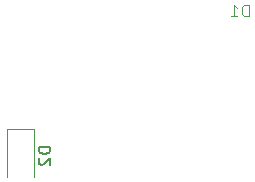
<source format=gbr>
G04 #@! TF.GenerationSoftware,KiCad,Pcbnew,9.0.2*
G04 #@! TF.CreationDate,2025-08-18T13:33:17+03:00*
G04 #@! TF.ProjectId,tickbox,7469636b-626f-4782-9e6b-696361645f70,rev?*
G04 #@! TF.SameCoordinates,Original*
G04 #@! TF.FileFunction,Legend,Bot*
G04 #@! TF.FilePolarity,Positive*
%FSLAX46Y46*%
G04 Gerber Fmt 4.6, Leading zero omitted, Abs format (unit mm)*
G04 Created by KiCad (PCBNEW 9.0.2) date 2025-08-18 13:33:17*
%MOMM*%
%LPD*%
G01*
G04 APERTURE LIST*
%ADD10C,0.100000*%
%ADD11C,0.150000*%
%ADD12C,0.120000*%
G04 APERTURE END LIST*
D10*
X48738094Y-34207419D02*
X48738094Y-33207419D01*
X48738094Y-33207419D02*
X48499999Y-33207419D01*
X48499999Y-33207419D02*
X48357142Y-33255038D01*
X48357142Y-33255038D02*
X48261904Y-33350276D01*
X48261904Y-33350276D02*
X48214285Y-33445514D01*
X48214285Y-33445514D02*
X48166666Y-33635990D01*
X48166666Y-33635990D02*
X48166666Y-33778847D01*
X48166666Y-33778847D02*
X48214285Y-33969323D01*
X48214285Y-33969323D02*
X48261904Y-34064561D01*
X48261904Y-34064561D02*
X48357142Y-34159800D01*
X48357142Y-34159800D02*
X48499999Y-34207419D01*
X48499999Y-34207419D02*
X48738094Y-34207419D01*
X47214285Y-34207419D02*
X47785713Y-34207419D01*
X47499999Y-34207419D02*
X47499999Y-33207419D01*
X47499999Y-33207419D02*
X47595237Y-33350276D01*
X47595237Y-33350276D02*
X47690475Y-33445514D01*
X47690475Y-33445514D02*
X47785713Y-33493133D01*
D11*
X31954819Y-45261905D02*
X30954819Y-45261905D01*
X30954819Y-45261905D02*
X30954819Y-45500000D01*
X30954819Y-45500000D02*
X31002438Y-45642857D01*
X31002438Y-45642857D02*
X31097676Y-45738095D01*
X31097676Y-45738095D02*
X31192914Y-45785714D01*
X31192914Y-45785714D02*
X31383390Y-45833333D01*
X31383390Y-45833333D02*
X31526247Y-45833333D01*
X31526247Y-45833333D02*
X31716723Y-45785714D01*
X31716723Y-45785714D02*
X31811961Y-45738095D01*
X31811961Y-45738095D02*
X31907200Y-45642857D01*
X31907200Y-45642857D02*
X31954819Y-45500000D01*
X31954819Y-45500000D02*
X31954819Y-45261905D01*
X31050057Y-46214286D02*
X31002438Y-46261905D01*
X31002438Y-46261905D02*
X30954819Y-46357143D01*
X30954819Y-46357143D02*
X30954819Y-46595238D01*
X30954819Y-46595238D02*
X31002438Y-46690476D01*
X31002438Y-46690476D02*
X31050057Y-46738095D01*
X31050057Y-46738095D02*
X31145295Y-46785714D01*
X31145295Y-46785714D02*
X31240533Y-46785714D01*
X31240533Y-46785714D02*
X31383390Y-46738095D01*
X31383390Y-46738095D02*
X31954819Y-46166667D01*
X31954819Y-46166667D02*
X31954819Y-46785714D01*
D12*
X28265000Y-43740000D02*
X30535000Y-43740000D01*
X28265000Y-47800000D02*
X28265000Y-43740000D01*
X30535000Y-43740000D02*
X30535000Y-47800000D01*
%LPC*%
G36*
X81567042Y-62512393D02*
G01*
X81579370Y-62520630D01*
X81587607Y-62532958D01*
X81590500Y-62547500D01*
X81590500Y-64452500D01*
X81587607Y-64467042D01*
X81579370Y-64479370D01*
X81567042Y-64487607D01*
X81552500Y-64490500D01*
X79647500Y-64490500D01*
X79632958Y-64487607D01*
X79620630Y-64479370D01*
X79612393Y-64467042D01*
X79609500Y-64452500D01*
X79609500Y-62547500D01*
X79612393Y-62532958D01*
X79620630Y-62520630D01*
X79632958Y-62512393D01*
X79647500Y-62509500D01*
X81552500Y-62509500D01*
X81567042Y-62512393D01*
G37*
G36*
X32627527Y-62552151D02*
G01*
X32806918Y-62626457D01*
X32968367Y-62734333D01*
X33105667Y-62871633D01*
X33213543Y-63033082D01*
X33287849Y-63212473D01*
X33325730Y-63402914D01*
X33325730Y-63597086D01*
X33287849Y-63787527D01*
X33213543Y-63966918D01*
X33105667Y-64128367D01*
X32968367Y-64265667D01*
X32806918Y-64373543D01*
X32627527Y-64447849D01*
X32437086Y-64485730D01*
X32242914Y-64485730D01*
X32052473Y-64447849D01*
X31873082Y-64373543D01*
X31711633Y-64265667D01*
X31574333Y-64128367D01*
X31466457Y-63966918D01*
X31392151Y-63787527D01*
X31354270Y-63597086D01*
X31354270Y-63402914D01*
X31392151Y-63212473D01*
X31466457Y-63033082D01*
X31574333Y-62871633D01*
X31711633Y-62734333D01*
X31873082Y-62626457D01*
X32052473Y-62552151D01*
X32242914Y-62514270D01*
X32437086Y-62514270D01*
X32627527Y-62552151D01*
G37*
G36*
X35167527Y-62552151D02*
G01*
X35346918Y-62626457D01*
X35508367Y-62734333D01*
X35645667Y-62871633D01*
X35753543Y-63033082D01*
X35827849Y-63212473D01*
X35865730Y-63402914D01*
X35865730Y-63597086D01*
X35827849Y-63787527D01*
X35753543Y-63966918D01*
X35645667Y-64128367D01*
X35508367Y-64265667D01*
X35346918Y-64373543D01*
X35167527Y-64447849D01*
X34977086Y-64485730D01*
X34782914Y-64485730D01*
X34592473Y-64447849D01*
X34413082Y-64373543D01*
X34251633Y-64265667D01*
X34114333Y-64128367D01*
X34006457Y-63966918D01*
X33932151Y-63787527D01*
X33894270Y-63597086D01*
X33894270Y-63402914D01*
X33932151Y-63212473D01*
X34006457Y-63033082D01*
X34114333Y-62871633D01*
X34251633Y-62734333D01*
X34413082Y-62626457D01*
X34592473Y-62552151D01*
X34782914Y-62514270D01*
X34977086Y-62514270D01*
X35167527Y-62552151D01*
G37*
G36*
X37707527Y-62552151D02*
G01*
X37886918Y-62626457D01*
X38048367Y-62734333D01*
X38185667Y-62871633D01*
X38293543Y-63033082D01*
X38367849Y-63212473D01*
X38405730Y-63402914D01*
X38405730Y-63597086D01*
X38367849Y-63787527D01*
X38293543Y-63966918D01*
X38185667Y-64128367D01*
X38048367Y-64265667D01*
X37886918Y-64373543D01*
X37707527Y-64447849D01*
X37517086Y-64485730D01*
X37322914Y-64485730D01*
X37132473Y-64447849D01*
X36953082Y-64373543D01*
X36791633Y-64265667D01*
X36654333Y-64128367D01*
X36546457Y-63966918D01*
X36472151Y-63787527D01*
X36434270Y-63597086D01*
X36434270Y-63402914D01*
X36472151Y-63212473D01*
X36546457Y-63033082D01*
X36654333Y-62871633D01*
X36791633Y-62734333D01*
X36953082Y-62626457D01*
X37132473Y-62552151D01*
X37322914Y-62514270D01*
X37517086Y-62514270D01*
X37707527Y-62552151D01*
G37*
G36*
X40247527Y-62552151D02*
G01*
X40426918Y-62626457D01*
X40588367Y-62734333D01*
X40725667Y-62871633D01*
X40833543Y-63033082D01*
X40907849Y-63212473D01*
X40945730Y-63402914D01*
X40945730Y-63597086D01*
X40907849Y-63787527D01*
X40833543Y-63966918D01*
X40725667Y-64128367D01*
X40588367Y-64265667D01*
X40426918Y-64373543D01*
X40247527Y-64447849D01*
X40057086Y-64485730D01*
X39862914Y-64485730D01*
X39672473Y-64447849D01*
X39493082Y-64373543D01*
X39331633Y-64265667D01*
X39194333Y-64128367D01*
X39086457Y-63966918D01*
X39012151Y-63787527D01*
X38974270Y-63597086D01*
X38974270Y-63402914D01*
X39012151Y-63212473D01*
X39086457Y-63033082D01*
X39194333Y-62871633D01*
X39331633Y-62734333D01*
X39493082Y-62626457D01*
X39672473Y-62552151D01*
X39862914Y-62514270D01*
X40057086Y-62514270D01*
X40247527Y-62552151D01*
G37*
G36*
X42787527Y-62552151D02*
G01*
X42966918Y-62626457D01*
X43128367Y-62734333D01*
X43265667Y-62871633D01*
X43373543Y-63033082D01*
X43447849Y-63212473D01*
X43485730Y-63402914D01*
X43485730Y-63597086D01*
X43447849Y-63787527D01*
X43373543Y-63966918D01*
X43265667Y-64128367D01*
X43128367Y-64265667D01*
X42966918Y-64373543D01*
X42787527Y-64447849D01*
X42597086Y-64485730D01*
X42402914Y-64485730D01*
X42212473Y-64447849D01*
X42033082Y-64373543D01*
X41871633Y-64265667D01*
X41734333Y-64128367D01*
X41626457Y-63966918D01*
X41552151Y-63787527D01*
X41514270Y-63597086D01*
X41514270Y-63402914D01*
X41552151Y-63212473D01*
X41626457Y-63033082D01*
X41734333Y-62871633D01*
X41871633Y-62734333D01*
X42033082Y-62626457D01*
X42212473Y-62552151D01*
X42402914Y-62514270D01*
X42597086Y-62514270D01*
X42787527Y-62552151D01*
G37*
G36*
X45327527Y-62552151D02*
G01*
X45506918Y-62626457D01*
X45668367Y-62734333D01*
X45805667Y-62871633D01*
X45913543Y-63033082D01*
X45987849Y-63212473D01*
X46025730Y-63402914D01*
X46025730Y-63597086D01*
X45987849Y-63787527D01*
X45913543Y-63966918D01*
X45805667Y-64128367D01*
X45668367Y-64265667D01*
X45506918Y-64373543D01*
X45327527Y-64447849D01*
X45137086Y-64485730D01*
X44942914Y-64485730D01*
X44752473Y-64447849D01*
X44573082Y-64373543D01*
X44411633Y-64265667D01*
X44274333Y-64128367D01*
X44166457Y-63966918D01*
X44092151Y-63787527D01*
X44054270Y-63597086D01*
X44054270Y-63402914D01*
X44092151Y-63212473D01*
X44166457Y-63033082D01*
X44274333Y-62871633D01*
X44411633Y-62734333D01*
X44573082Y-62626457D01*
X44752473Y-62552151D01*
X44942914Y-62514270D01*
X45137086Y-62514270D01*
X45327527Y-62552151D01*
G37*
G36*
X47867527Y-62552151D02*
G01*
X48046918Y-62626457D01*
X48208367Y-62734333D01*
X48345667Y-62871633D01*
X48453543Y-63033082D01*
X48527849Y-63212473D01*
X48565730Y-63402914D01*
X48565730Y-63597086D01*
X48527849Y-63787527D01*
X48453543Y-63966918D01*
X48345667Y-64128367D01*
X48208367Y-64265667D01*
X48046918Y-64373543D01*
X47867527Y-64447849D01*
X47677086Y-64485730D01*
X47482914Y-64485730D01*
X47292473Y-64447849D01*
X47113082Y-64373543D01*
X46951633Y-64265667D01*
X46814333Y-64128367D01*
X46706457Y-63966918D01*
X46632151Y-63787527D01*
X46594270Y-63597086D01*
X46594270Y-63402914D01*
X46632151Y-63212473D01*
X46706457Y-63033082D01*
X46814333Y-62871633D01*
X46951633Y-62734333D01*
X47113082Y-62626457D01*
X47292473Y-62552151D01*
X47482914Y-62514270D01*
X47677086Y-62514270D01*
X47867527Y-62552151D01*
G37*
G36*
X50407527Y-62552151D02*
G01*
X50586918Y-62626457D01*
X50748367Y-62734333D01*
X50885667Y-62871633D01*
X50993543Y-63033082D01*
X51067849Y-63212473D01*
X51105730Y-63402914D01*
X51105730Y-63597086D01*
X51067849Y-63787527D01*
X50993543Y-63966918D01*
X50885667Y-64128367D01*
X50748367Y-64265667D01*
X50586918Y-64373543D01*
X50407527Y-64447849D01*
X50217086Y-64485730D01*
X50022914Y-64485730D01*
X49832473Y-64447849D01*
X49653082Y-64373543D01*
X49491633Y-64265667D01*
X49354333Y-64128367D01*
X49246457Y-63966918D01*
X49172151Y-63787527D01*
X49134270Y-63597086D01*
X49134270Y-63402914D01*
X49172151Y-63212473D01*
X49246457Y-63033082D01*
X49354333Y-62871633D01*
X49491633Y-62734333D01*
X49653082Y-62626457D01*
X49832473Y-62552151D01*
X50022914Y-62514270D01*
X50217086Y-62514270D01*
X50407527Y-62552151D01*
G37*
G36*
X52947527Y-62552151D02*
G01*
X53126918Y-62626457D01*
X53288367Y-62734333D01*
X53425667Y-62871633D01*
X53533543Y-63033082D01*
X53607849Y-63212473D01*
X53645730Y-63402914D01*
X53645730Y-63597086D01*
X53607849Y-63787527D01*
X53533543Y-63966918D01*
X53425667Y-64128367D01*
X53288367Y-64265667D01*
X53126918Y-64373543D01*
X52947527Y-64447849D01*
X52757086Y-64485730D01*
X52562914Y-64485730D01*
X52372473Y-64447849D01*
X52193082Y-64373543D01*
X52031633Y-64265667D01*
X51894333Y-64128367D01*
X51786457Y-63966918D01*
X51712151Y-63787527D01*
X51674270Y-63597086D01*
X51674270Y-63402914D01*
X51712151Y-63212473D01*
X51786457Y-63033082D01*
X51894333Y-62871633D01*
X52031633Y-62734333D01*
X52193082Y-62626457D01*
X52372473Y-62552151D01*
X52562914Y-62514270D01*
X52757086Y-62514270D01*
X52947527Y-62552151D01*
G37*
G36*
X55487527Y-62552151D02*
G01*
X55666918Y-62626457D01*
X55828367Y-62734333D01*
X55965667Y-62871633D01*
X56073543Y-63033082D01*
X56147849Y-63212473D01*
X56185730Y-63402914D01*
X56185730Y-63597086D01*
X56147849Y-63787527D01*
X56073543Y-63966918D01*
X55965667Y-64128367D01*
X55828367Y-64265667D01*
X55666918Y-64373543D01*
X55487527Y-64447849D01*
X55297086Y-64485730D01*
X55102914Y-64485730D01*
X54912473Y-64447849D01*
X54733082Y-64373543D01*
X54571633Y-64265667D01*
X54434333Y-64128367D01*
X54326457Y-63966918D01*
X54252151Y-63787527D01*
X54214270Y-63597086D01*
X54214270Y-63402914D01*
X54252151Y-63212473D01*
X54326457Y-63033082D01*
X54434333Y-62871633D01*
X54571633Y-62734333D01*
X54733082Y-62626457D01*
X54912473Y-62552151D01*
X55102914Y-62514270D01*
X55297086Y-62514270D01*
X55487527Y-62552151D01*
G37*
G36*
X58027527Y-62552151D02*
G01*
X58206918Y-62626457D01*
X58368367Y-62734333D01*
X58505667Y-62871633D01*
X58613543Y-63033082D01*
X58687849Y-63212473D01*
X58725730Y-63402914D01*
X58725730Y-63597086D01*
X58687849Y-63787527D01*
X58613543Y-63966918D01*
X58505667Y-64128367D01*
X58368367Y-64265667D01*
X58206918Y-64373543D01*
X58027527Y-64447849D01*
X57837086Y-64485730D01*
X57642914Y-64485730D01*
X57452473Y-64447849D01*
X57273082Y-64373543D01*
X57111633Y-64265667D01*
X56974333Y-64128367D01*
X56866457Y-63966918D01*
X56792151Y-63787527D01*
X56754270Y-63597086D01*
X56754270Y-63402914D01*
X56792151Y-63212473D01*
X56866457Y-63033082D01*
X56974333Y-62871633D01*
X57111633Y-62734333D01*
X57273082Y-62626457D01*
X57452473Y-62552151D01*
X57642914Y-62514270D01*
X57837086Y-62514270D01*
X58027527Y-62552151D01*
G37*
G36*
X60567527Y-62552151D02*
G01*
X60746918Y-62626457D01*
X60908367Y-62734333D01*
X61045667Y-62871633D01*
X61153543Y-63033082D01*
X61227849Y-63212473D01*
X61265730Y-63402914D01*
X61265730Y-63597086D01*
X61227849Y-63787527D01*
X61153543Y-63966918D01*
X61045667Y-64128367D01*
X60908367Y-64265667D01*
X60746918Y-64373543D01*
X60567527Y-64447849D01*
X60377086Y-64485730D01*
X60182914Y-64485730D01*
X59992473Y-64447849D01*
X59813082Y-64373543D01*
X59651633Y-64265667D01*
X59514333Y-64128367D01*
X59406457Y-63966918D01*
X59332151Y-63787527D01*
X59294270Y-63597086D01*
X59294270Y-63402914D01*
X59332151Y-63212473D01*
X59406457Y-63033082D01*
X59514333Y-62871633D01*
X59651633Y-62734333D01*
X59813082Y-62626457D01*
X59992473Y-62552151D01*
X60182914Y-62514270D01*
X60377086Y-62514270D01*
X60567527Y-62552151D01*
G37*
G36*
X63107527Y-62552151D02*
G01*
X63286918Y-62626457D01*
X63448367Y-62734333D01*
X63585667Y-62871633D01*
X63693543Y-63033082D01*
X63767849Y-63212473D01*
X63805730Y-63402914D01*
X63805730Y-63597086D01*
X63767849Y-63787527D01*
X63693543Y-63966918D01*
X63585667Y-64128367D01*
X63448367Y-64265667D01*
X63286918Y-64373543D01*
X63107527Y-64447849D01*
X62917086Y-64485730D01*
X62722914Y-64485730D01*
X62532473Y-64447849D01*
X62353082Y-64373543D01*
X62191633Y-64265667D01*
X62054333Y-64128367D01*
X61946457Y-63966918D01*
X61872151Y-63787527D01*
X61834270Y-63597086D01*
X61834270Y-63402914D01*
X61872151Y-63212473D01*
X61946457Y-63033082D01*
X62054333Y-62871633D01*
X62191633Y-62734333D01*
X62353082Y-62626457D01*
X62532473Y-62552151D01*
X62722914Y-62514270D01*
X62917086Y-62514270D01*
X63107527Y-62552151D01*
G37*
G36*
X65647527Y-62552151D02*
G01*
X65826918Y-62626457D01*
X65988367Y-62734333D01*
X66125667Y-62871633D01*
X66233543Y-63033082D01*
X66307849Y-63212473D01*
X66345730Y-63402914D01*
X66345730Y-63597086D01*
X66307849Y-63787527D01*
X66233543Y-63966918D01*
X66125667Y-64128367D01*
X65988367Y-64265667D01*
X65826918Y-64373543D01*
X65647527Y-64447849D01*
X65457086Y-64485730D01*
X65262914Y-64485730D01*
X65072473Y-64447849D01*
X64893082Y-64373543D01*
X64731633Y-64265667D01*
X64594333Y-64128367D01*
X64486457Y-63966918D01*
X64412151Y-63787527D01*
X64374270Y-63597086D01*
X64374270Y-63402914D01*
X64412151Y-63212473D01*
X64486457Y-63033082D01*
X64594333Y-62871633D01*
X64731633Y-62734333D01*
X64893082Y-62626457D01*
X65072473Y-62552151D01*
X65262914Y-62514270D01*
X65457086Y-62514270D01*
X65647527Y-62552151D01*
G37*
G36*
X68187527Y-62552151D02*
G01*
X68366918Y-62626457D01*
X68528367Y-62734333D01*
X68665667Y-62871633D01*
X68773543Y-63033082D01*
X68847849Y-63212473D01*
X68885730Y-63402914D01*
X68885730Y-63597086D01*
X68847849Y-63787527D01*
X68773543Y-63966918D01*
X68665667Y-64128367D01*
X68528367Y-64265667D01*
X68366918Y-64373543D01*
X68187527Y-64447849D01*
X67997086Y-64485730D01*
X67802914Y-64485730D01*
X67612473Y-64447849D01*
X67433082Y-64373543D01*
X67271633Y-64265667D01*
X67134333Y-64128367D01*
X67026457Y-63966918D01*
X66952151Y-63787527D01*
X66914270Y-63597086D01*
X66914270Y-63402914D01*
X66952151Y-63212473D01*
X67026457Y-63033082D01*
X67134333Y-62871633D01*
X67271633Y-62734333D01*
X67433082Y-62626457D01*
X67612473Y-62552151D01*
X67802914Y-62514270D01*
X67997086Y-62514270D01*
X68187527Y-62552151D01*
G37*
G36*
X70727527Y-62552151D02*
G01*
X70906918Y-62626457D01*
X71068367Y-62734333D01*
X71205667Y-62871633D01*
X71313543Y-63033082D01*
X71387849Y-63212473D01*
X71425730Y-63402914D01*
X71425730Y-63597086D01*
X71387849Y-63787527D01*
X71313543Y-63966918D01*
X71205667Y-64128367D01*
X71068367Y-64265667D01*
X70906918Y-64373543D01*
X70727527Y-64447849D01*
X70537086Y-64485730D01*
X70342914Y-64485730D01*
X70152473Y-64447849D01*
X69973082Y-64373543D01*
X69811633Y-64265667D01*
X69674333Y-64128367D01*
X69566457Y-63966918D01*
X69492151Y-63787527D01*
X69454270Y-63597086D01*
X69454270Y-63402914D01*
X69492151Y-63212473D01*
X69566457Y-63033082D01*
X69674333Y-62871633D01*
X69811633Y-62734333D01*
X69973082Y-62626457D01*
X70152473Y-62552151D01*
X70342914Y-62514270D01*
X70537086Y-62514270D01*
X70727527Y-62552151D01*
G37*
G36*
X73267527Y-62552151D02*
G01*
X73446918Y-62626457D01*
X73608367Y-62734333D01*
X73745667Y-62871633D01*
X73853543Y-63033082D01*
X73927849Y-63212473D01*
X73965730Y-63402914D01*
X73965730Y-63597086D01*
X73927849Y-63787527D01*
X73853543Y-63966918D01*
X73745667Y-64128367D01*
X73608367Y-64265667D01*
X73446918Y-64373543D01*
X73267527Y-64447849D01*
X73077086Y-64485730D01*
X72882914Y-64485730D01*
X72692473Y-64447849D01*
X72513082Y-64373543D01*
X72351633Y-64265667D01*
X72214333Y-64128367D01*
X72106457Y-63966918D01*
X72032151Y-63787527D01*
X71994270Y-63597086D01*
X71994270Y-63402914D01*
X72032151Y-63212473D01*
X72106457Y-63033082D01*
X72214333Y-62871633D01*
X72351633Y-62734333D01*
X72513082Y-62626457D01*
X72692473Y-62552151D01*
X72882914Y-62514270D01*
X73077086Y-62514270D01*
X73267527Y-62552151D01*
G37*
G36*
X75807527Y-62552151D02*
G01*
X75986918Y-62626457D01*
X76148367Y-62734333D01*
X76285667Y-62871633D01*
X76393543Y-63033082D01*
X76467849Y-63212473D01*
X76505730Y-63402914D01*
X76505730Y-63597086D01*
X76467849Y-63787527D01*
X76393543Y-63966918D01*
X76285667Y-64128367D01*
X76148367Y-64265667D01*
X75986918Y-64373543D01*
X75807527Y-64447849D01*
X75617086Y-64485730D01*
X75422914Y-64485730D01*
X75232473Y-64447849D01*
X75053082Y-64373543D01*
X74891633Y-64265667D01*
X74754333Y-64128367D01*
X74646457Y-63966918D01*
X74572151Y-63787527D01*
X74534270Y-63597086D01*
X74534270Y-63402914D01*
X74572151Y-63212473D01*
X74646457Y-63033082D01*
X74754333Y-62871633D01*
X74891633Y-62734333D01*
X75053082Y-62626457D01*
X75232473Y-62552151D01*
X75422914Y-62514270D01*
X75617086Y-62514270D01*
X75807527Y-62552151D01*
G37*
G36*
X78347527Y-62552151D02*
G01*
X78526918Y-62626457D01*
X78688367Y-62734333D01*
X78825667Y-62871633D01*
X78933543Y-63033082D01*
X79007849Y-63212473D01*
X79045730Y-63402914D01*
X79045730Y-63597086D01*
X79007849Y-63787527D01*
X78933543Y-63966918D01*
X78825667Y-64128367D01*
X78688367Y-64265667D01*
X78526918Y-64373543D01*
X78347527Y-64447849D01*
X78157086Y-64485730D01*
X77962914Y-64485730D01*
X77772473Y-64447849D01*
X77593082Y-64373543D01*
X77431633Y-64265667D01*
X77294333Y-64128367D01*
X77186457Y-63966918D01*
X77112151Y-63787527D01*
X77074270Y-63597086D01*
X77074270Y-63402914D01*
X77112151Y-63212473D01*
X77186457Y-63033082D01*
X77294333Y-62871633D01*
X77431633Y-62734333D01*
X77593082Y-62626457D01*
X77772473Y-62552151D01*
X77962914Y-62514270D01*
X78157086Y-62514270D01*
X78347527Y-62552151D01*
G37*
G36*
X33114005Y-58796207D02*
G01*
X33298762Y-58856238D01*
X33471853Y-58944432D01*
X33629017Y-59058618D01*
X33766383Y-59195984D01*
X33880569Y-59353148D01*
X33968763Y-59526239D01*
X34028794Y-59710996D01*
X34059184Y-59902869D01*
X34059184Y-60097133D01*
X34028794Y-60289006D01*
X33968763Y-60473763D01*
X33880569Y-60646854D01*
X33766383Y-60804018D01*
X33629017Y-60941384D01*
X33471853Y-61055570D01*
X33298762Y-61143764D01*
X33114005Y-61203795D01*
X32922132Y-61234185D01*
X32727868Y-61234185D01*
X32535995Y-61203795D01*
X32351238Y-61143764D01*
X32178147Y-61055570D01*
X32020983Y-60941384D01*
X31883617Y-60804018D01*
X31769431Y-60646854D01*
X31681237Y-60473763D01*
X31621206Y-60289006D01*
X31590816Y-60097133D01*
X31590816Y-59902869D01*
X31621206Y-59710996D01*
X31681237Y-59526239D01*
X31769431Y-59353148D01*
X31883617Y-59195984D01*
X32020983Y-59058618D01*
X32178147Y-58944432D01*
X32351238Y-58856238D01*
X32535995Y-58796207D01*
X32727868Y-58765817D01*
X32922132Y-58765817D01*
X33114005Y-58796207D01*
G37*
G36*
X76589542Y-59114893D02*
G01*
X76601870Y-59123130D01*
X76610107Y-59135458D01*
X76613000Y-59150000D01*
X76613000Y-60850000D01*
X76610107Y-60864542D01*
X76601870Y-60876870D01*
X76589542Y-60885107D01*
X76575000Y-60888000D01*
X74875000Y-60888000D01*
X74860458Y-60885107D01*
X74848130Y-60876870D01*
X74839893Y-60864542D01*
X74837000Y-60850000D01*
X74837000Y-59150000D01*
X74839893Y-59135458D01*
X74848130Y-59123130D01*
X74860458Y-59114893D01*
X74875000Y-59112000D01*
X76575000Y-59112000D01*
X76589542Y-59114893D01*
G37*
G36*
X78522773Y-59150237D02*
G01*
X78683600Y-59216854D01*
X78828341Y-59313567D01*
X78951433Y-59436659D01*
X79048146Y-59581400D01*
X79114763Y-59742227D01*
X79148724Y-59912961D01*
X79148724Y-60087039D01*
X79114763Y-60257773D01*
X79048146Y-60418600D01*
X78951433Y-60563341D01*
X78828341Y-60686433D01*
X78683600Y-60783146D01*
X78522773Y-60849763D01*
X78352039Y-60883724D01*
X78177961Y-60883724D01*
X78007227Y-60849763D01*
X77846400Y-60783146D01*
X77701659Y-60686433D01*
X77578567Y-60563341D01*
X77481854Y-60418600D01*
X77415237Y-60257773D01*
X77381276Y-60087039D01*
X77381276Y-59912961D01*
X77415237Y-59742227D01*
X77481854Y-59581400D01*
X77578567Y-59436659D01*
X77701659Y-59313567D01*
X77846400Y-59216854D01*
X78007227Y-59150237D01*
X78177961Y-59116276D01*
X78352039Y-59116276D01*
X78522773Y-59150237D01*
G37*
G36*
X55257773Y-58690237D02*
G01*
X55418600Y-58756854D01*
X55563341Y-58853567D01*
X55686433Y-58976659D01*
X55783146Y-59121400D01*
X55849763Y-59282227D01*
X55883724Y-59452961D01*
X55883724Y-59627039D01*
X55849763Y-59797773D01*
X55783146Y-59958600D01*
X55686433Y-60103341D01*
X55563341Y-60226433D01*
X55418600Y-60323146D01*
X55257773Y-60389763D01*
X55087039Y-60423724D01*
X54912961Y-60423724D01*
X54742227Y-60389763D01*
X54581400Y-60323146D01*
X54436659Y-60226433D01*
X54313567Y-60103341D01*
X54216854Y-59958600D01*
X54150237Y-59797773D01*
X54116276Y-59627039D01*
X54116276Y-59452961D01*
X54150237Y-59282227D01*
X54216854Y-59121400D01*
X54313567Y-58976659D01*
X54436659Y-58853567D01*
X54581400Y-58756854D01*
X54742227Y-58690237D01*
X54912961Y-58656276D01*
X55087039Y-58656276D01*
X55257773Y-58690237D01*
G37*
G36*
X30582773Y-57900238D02*
G01*
X30743600Y-57966855D01*
X30888341Y-58063568D01*
X31011433Y-58186660D01*
X31108146Y-58331401D01*
X31174763Y-58492228D01*
X31208724Y-58662962D01*
X31208724Y-58837040D01*
X31174763Y-59007774D01*
X31108146Y-59168601D01*
X31011433Y-59313342D01*
X30888341Y-59436434D01*
X30743600Y-59533147D01*
X30582773Y-59599764D01*
X30412039Y-59633725D01*
X30237961Y-59633725D01*
X30067227Y-59599764D01*
X29906400Y-59533147D01*
X29761659Y-59436434D01*
X29638567Y-59313342D01*
X29541854Y-59168601D01*
X29475237Y-59007774D01*
X29441276Y-58837040D01*
X29441276Y-58662962D01*
X29475237Y-58492228D01*
X29541854Y-58331401D01*
X29638567Y-58186660D01*
X29761659Y-58063568D01*
X29906400Y-57966855D01*
X30067227Y-57900238D01*
X30237961Y-57866277D01*
X30412039Y-57866277D01*
X30582773Y-57900238D01*
G37*
G36*
X55257773Y-56150237D02*
G01*
X55418600Y-56216854D01*
X55563341Y-56313567D01*
X55686433Y-56436659D01*
X55783146Y-56581400D01*
X55849763Y-56742227D01*
X55883724Y-56912961D01*
X55883724Y-57087039D01*
X55849763Y-57257773D01*
X55783146Y-57418600D01*
X55686433Y-57563341D01*
X55563341Y-57686433D01*
X55418600Y-57783146D01*
X55257773Y-57849763D01*
X55087039Y-57883724D01*
X54912961Y-57883724D01*
X54742227Y-57849763D01*
X54581400Y-57783146D01*
X54436659Y-57686433D01*
X54313567Y-57563341D01*
X54216854Y-57418600D01*
X54150237Y-57257773D01*
X54116276Y-57087039D01*
X54116276Y-56912961D01*
X54150237Y-56742227D01*
X54216854Y-56581400D01*
X54313567Y-56436659D01*
X54436659Y-56313567D01*
X54581400Y-56216854D01*
X54742227Y-56150237D01*
X54912961Y-56116276D01*
X55087039Y-56116276D01*
X55257773Y-56150237D01*
G37*
G36*
X43643758Y-54964893D02*
G01*
X43656086Y-54973130D01*
X43664323Y-54985458D01*
X43667216Y-55000000D01*
X43667216Y-57000000D01*
X43664323Y-57014542D01*
X43656086Y-57026870D01*
X43643758Y-57035107D01*
X43629216Y-57038000D01*
X41629216Y-57038000D01*
X41614674Y-57035107D01*
X41602346Y-57026870D01*
X41594109Y-57014542D01*
X41591216Y-57000000D01*
X41591216Y-55000000D01*
X41594109Y-54985458D01*
X41602346Y-54973130D01*
X41614674Y-54964893D01*
X41629216Y-54962000D01*
X43629216Y-54962000D01*
X43643758Y-54964893D01*
G37*
G36*
X47720828Y-54966998D02*
G01*
X47730958Y-54966998D01*
X47770540Y-54974871D01*
X47871489Y-54990860D01*
X47903961Y-55001410D01*
X47930531Y-55006696D01*
X47968022Y-55022225D01*
X48026371Y-55041184D01*
X48081035Y-55069037D01*
X48118526Y-55084566D01*
X48141048Y-55099614D01*
X48171469Y-55115115D01*
X48254158Y-55175192D01*
X48287716Y-55197615D01*
X48294878Y-55204777D01*
X48303220Y-55210838D01*
X48418377Y-55325995D01*
X48424437Y-55334336D01*
X48431601Y-55341500D01*
X48454026Y-55375062D01*
X48514100Y-55457746D01*
X48529599Y-55488164D01*
X48544650Y-55510690D01*
X48560181Y-55548185D01*
X48588031Y-55602844D01*
X48606987Y-55661185D01*
X48622520Y-55698685D01*
X48627806Y-55725259D01*
X48638355Y-55757726D01*
X48654342Y-55858667D01*
X48662218Y-55898258D01*
X48662218Y-55908388D01*
X48663831Y-55918572D01*
X48663831Y-56081427D01*
X48662218Y-56091610D01*
X48662218Y-56101742D01*
X48654342Y-56141336D01*
X48638355Y-56242273D01*
X48627806Y-56274737D01*
X48622520Y-56301315D01*
X48606985Y-56338818D01*
X48588031Y-56397155D01*
X48560183Y-56451809D01*
X48544650Y-56489310D01*
X48529596Y-56511838D01*
X48514100Y-56542253D01*
X48454034Y-56624925D01*
X48431601Y-56658500D01*
X48424434Y-56665666D01*
X48418377Y-56674004D01*
X48303220Y-56789161D01*
X48294882Y-56795218D01*
X48287716Y-56802385D01*
X48254141Y-56824818D01*
X48171469Y-56884884D01*
X48141054Y-56900380D01*
X48118526Y-56915434D01*
X48081025Y-56930967D01*
X48026371Y-56958815D01*
X47968034Y-56977769D01*
X47930531Y-56993304D01*
X47903953Y-56998590D01*
X47871489Y-57009139D01*
X47770549Y-57025126D01*
X47730958Y-57033002D01*
X47720828Y-57033002D01*
X47710644Y-57034615D01*
X47547788Y-57034615D01*
X47537604Y-57033002D01*
X47527474Y-57033002D01*
X47487883Y-57025126D01*
X47386942Y-57009139D01*
X47354475Y-56998590D01*
X47327901Y-56993304D01*
X47290401Y-56977771D01*
X47232060Y-56958815D01*
X47177401Y-56930965D01*
X47139906Y-56915434D01*
X47117380Y-56900383D01*
X47086962Y-56884884D01*
X47004278Y-56824810D01*
X46970716Y-56802385D01*
X46963552Y-56795221D01*
X46955211Y-56789161D01*
X46840054Y-56674004D01*
X46833993Y-56665662D01*
X46826831Y-56658500D01*
X46804408Y-56624942D01*
X46744331Y-56542253D01*
X46728830Y-56511832D01*
X46713782Y-56489310D01*
X46698253Y-56451819D01*
X46670400Y-56397155D01*
X46651441Y-56338806D01*
X46635912Y-56301315D01*
X46630626Y-56274745D01*
X46620076Y-56242273D01*
X46604088Y-56141327D01*
X46596214Y-56101742D01*
X46596214Y-56091611D01*
X46594601Y-56081427D01*
X46594601Y-55918572D01*
X46596214Y-55908387D01*
X46596214Y-55898258D01*
X46604087Y-55858676D01*
X46620076Y-55757726D01*
X46630627Y-55725251D01*
X46635912Y-55698685D01*
X46651440Y-55661196D01*
X46670400Y-55602844D01*
X46698255Y-55548174D01*
X46713782Y-55510690D01*
X46728828Y-55488170D01*
X46744331Y-55457746D01*
X46804416Y-55375045D01*
X46826831Y-55341500D01*
X46833990Y-55334340D01*
X46840054Y-55325995D01*
X46955211Y-55210838D01*
X46963556Y-55204774D01*
X46970716Y-55197615D01*
X47004261Y-55175200D01*
X47086962Y-55115115D01*
X47117386Y-55099612D01*
X47139906Y-55084566D01*
X47177390Y-55069039D01*
X47232060Y-55041184D01*
X47290412Y-55022224D01*
X47327901Y-55006696D01*
X47354467Y-55001411D01*
X47386942Y-54990860D01*
X47487892Y-54974871D01*
X47527474Y-54966998D01*
X47537604Y-54966998D01*
X47547788Y-54965385D01*
X47710644Y-54965385D01*
X47720828Y-54966998D01*
G37*
G36*
X81015661Y-54393443D02*
G01*
X81185494Y-54448625D01*
X81344603Y-54529695D01*
X81489072Y-54634658D01*
X81615342Y-54760928D01*
X81720305Y-54905397D01*
X81801375Y-55064506D01*
X81856557Y-55234339D01*
X81884492Y-55410714D01*
X81884492Y-55589286D01*
X81856557Y-55765661D01*
X81801375Y-55935494D01*
X81720305Y-56094603D01*
X81615342Y-56239072D01*
X81489072Y-56365342D01*
X81344603Y-56470305D01*
X81185494Y-56551375D01*
X81015661Y-56606557D01*
X80839286Y-56634492D01*
X80660714Y-56634492D01*
X80484339Y-56606557D01*
X80314506Y-56551375D01*
X80155397Y-56470305D01*
X80010928Y-56365342D01*
X79884658Y-56239072D01*
X79779695Y-56094603D01*
X79698625Y-55935494D01*
X79643443Y-55765661D01*
X79615508Y-55589286D01*
X79615508Y-55410714D01*
X79643443Y-55234339D01*
X79698625Y-55064506D01*
X79779695Y-54905397D01*
X79884658Y-54760928D01*
X80010928Y-54634658D01*
X80155397Y-54529695D01*
X80314506Y-54448625D01*
X80484339Y-54393443D01*
X80660714Y-54365508D01*
X80839286Y-54365508D01*
X81015661Y-54393443D01*
G37*
G36*
X55864542Y-53574893D02*
G01*
X55876870Y-53583130D01*
X55885107Y-53595458D01*
X55888000Y-53610000D01*
X55888000Y-55310000D01*
X55885107Y-55324542D01*
X55876870Y-55336870D01*
X55864542Y-55345107D01*
X55850000Y-55348000D01*
X54150000Y-55348000D01*
X54135458Y-55345107D01*
X54123130Y-55336870D01*
X54114893Y-55324542D01*
X54112000Y-55310000D01*
X54112000Y-53610000D01*
X54114893Y-53595458D01*
X54123130Y-53583130D01*
X54135458Y-53574893D01*
X54150000Y-53572000D01*
X55850000Y-53572000D01*
X55864542Y-53574893D01*
G37*
G36*
X30582773Y-53400238D02*
G01*
X30743600Y-53466855D01*
X30888341Y-53563568D01*
X31011433Y-53686660D01*
X31108146Y-53831401D01*
X31174763Y-53992228D01*
X31208724Y-54162962D01*
X31208724Y-54337040D01*
X31174763Y-54507774D01*
X31108146Y-54668601D01*
X31011433Y-54813342D01*
X30888341Y-54936434D01*
X30743600Y-55033147D01*
X30582773Y-55099764D01*
X30412039Y-55133725D01*
X30237961Y-55133725D01*
X30067227Y-55099764D01*
X29906400Y-55033147D01*
X29761659Y-54936434D01*
X29638567Y-54813342D01*
X29541854Y-54668601D01*
X29475237Y-54507774D01*
X29441276Y-54337040D01*
X29441276Y-54162962D01*
X29475237Y-53992228D01*
X29541854Y-53831401D01*
X29638567Y-53686660D01*
X29761659Y-53563568D01*
X29906400Y-53466855D01*
X30067227Y-53400238D01*
X30237961Y-53366277D01*
X30412039Y-53366277D01*
X30582773Y-53400238D01*
G37*
G36*
X33114005Y-51796207D02*
G01*
X33298762Y-51856238D01*
X33471853Y-51944432D01*
X33629017Y-52058618D01*
X33766383Y-52195984D01*
X33880569Y-52353148D01*
X33968763Y-52526239D01*
X34028794Y-52710996D01*
X34059184Y-52902869D01*
X34059184Y-53097133D01*
X34028794Y-53289006D01*
X33968763Y-53473763D01*
X33880569Y-53646854D01*
X33766383Y-53804018D01*
X33629017Y-53941384D01*
X33471853Y-54055570D01*
X33298762Y-54143764D01*
X33114005Y-54203795D01*
X32922132Y-54234185D01*
X32727868Y-54234185D01*
X32535995Y-54203795D01*
X32351238Y-54143764D01*
X32178147Y-54055570D01*
X32020983Y-53941384D01*
X31883617Y-53804018D01*
X31769431Y-53646854D01*
X31681237Y-53473763D01*
X31621206Y-53289006D01*
X31590816Y-53097133D01*
X31590816Y-52902869D01*
X31621206Y-52710996D01*
X31681237Y-52526239D01*
X31769431Y-52353148D01*
X31883617Y-52195984D01*
X32020983Y-52058618D01*
X32178147Y-51944432D01*
X32351238Y-51856238D01*
X32535995Y-51796207D01*
X32727868Y-51765817D01*
X32922132Y-51765817D01*
X33114005Y-51796207D01*
G37*
G36*
X68005884Y-51652953D02*
G01*
X68127514Y-51723176D01*
X68226824Y-51822486D01*
X68297047Y-51944116D01*
X68333397Y-52079777D01*
X68333397Y-52220223D01*
X68297047Y-52355884D01*
X68226824Y-52477514D01*
X68127514Y-52576824D01*
X68005884Y-52647047D01*
X67870223Y-52683397D01*
X67729777Y-52683397D01*
X67594116Y-52647047D01*
X67472486Y-52576824D01*
X67373176Y-52477514D01*
X67302953Y-52355884D01*
X67266603Y-52220223D01*
X67266603Y-52079777D01*
X67302953Y-51944116D01*
X67373176Y-51822486D01*
X67472486Y-51723176D01*
X67594116Y-51652953D01*
X67729777Y-51616603D01*
X67870223Y-51616603D01*
X68005884Y-51652953D01*
G37*
G36*
X69905884Y-51652953D02*
G01*
X70027514Y-51723176D01*
X70126824Y-51822486D01*
X70197047Y-51944116D01*
X70233397Y-52079777D01*
X70233397Y-52220223D01*
X70197047Y-52355884D01*
X70126824Y-52477514D01*
X70027514Y-52576824D01*
X69905884Y-52647047D01*
X69770223Y-52683397D01*
X69629777Y-52683397D01*
X69494116Y-52647047D01*
X69372486Y-52576824D01*
X69273176Y-52477514D01*
X69202953Y-52355884D01*
X69166603Y-52220223D01*
X69166603Y-52079777D01*
X69202953Y-51944116D01*
X69273176Y-51822486D01*
X69372486Y-51723176D01*
X69494116Y-51652953D01*
X69629777Y-51616603D01*
X69770223Y-51616603D01*
X69905884Y-51652953D01*
G37*
G36*
X77615661Y-49393443D02*
G01*
X77785494Y-49448625D01*
X77944603Y-49529695D01*
X78089072Y-49634658D01*
X78215342Y-49760928D01*
X78320305Y-49905397D01*
X78401375Y-50064506D01*
X78456557Y-50234339D01*
X78484492Y-50410714D01*
X78484492Y-50589286D01*
X78456557Y-50765661D01*
X78401375Y-50935494D01*
X78320305Y-51094603D01*
X78215342Y-51239072D01*
X78089072Y-51365342D01*
X77944603Y-51470305D01*
X77785494Y-51551375D01*
X77615661Y-51606557D01*
X77439286Y-51634492D01*
X77260714Y-51634492D01*
X77084339Y-51606557D01*
X76914506Y-51551375D01*
X76755397Y-51470305D01*
X76610928Y-51365342D01*
X76484658Y-51239072D01*
X76379695Y-51094603D01*
X76298625Y-50935494D01*
X76243443Y-50765661D01*
X76215508Y-50589286D01*
X76215508Y-50410714D01*
X76243443Y-50234339D01*
X76298625Y-50064506D01*
X76379695Y-49905397D01*
X76484658Y-49760928D01*
X76610928Y-49634658D01*
X76755397Y-49529695D01*
X76914506Y-49448625D01*
X77084339Y-49393443D01*
X77260714Y-49365508D01*
X77439286Y-49365508D01*
X77615661Y-49393443D01*
G37*
G36*
X30090937Y-46944650D02*
G01*
X30099691Y-46948515D01*
X30106367Y-46949488D01*
X30148096Y-46969888D01*
X30187759Y-46987401D01*
X30191431Y-46991073D01*
X30191866Y-46991286D01*
X30258713Y-47058133D01*
X30258925Y-47058567D01*
X30262599Y-47062241D01*
X30280116Y-47101914D01*
X30300511Y-47143632D01*
X30301483Y-47150306D01*
X30305350Y-47159063D01*
X30312999Y-47225002D01*
X30312999Y-47229340D01*
X30313000Y-47229347D01*
X30313000Y-48145652D01*
X30313000Y-48149999D01*
X30305350Y-48215937D01*
X30301483Y-48224694D01*
X30300511Y-48231367D01*
X30280121Y-48273074D01*
X30262599Y-48312759D01*
X30258924Y-48316433D01*
X30258713Y-48316866D01*
X30191866Y-48383713D01*
X30191433Y-48383924D01*
X30187759Y-48387599D01*
X30148074Y-48405121D01*
X30106367Y-48425511D01*
X30099694Y-48426483D01*
X30090937Y-48430350D01*
X30024998Y-48437999D01*
X30020659Y-48437999D01*
X30020653Y-48438000D01*
X28779347Y-48438000D01*
X28779346Y-48437999D01*
X28775001Y-48438000D01*
X28709063Y-48430350D01*
X28700306Y-48426483D01*
X28693632Y-48425511D01*
X28651914Y-48405116D01*
X28612241Y-48387599D01*
X28608567Y-48383925D01*
X28608133Y-48383713D01*
X28541286Y-48316866D01*
X28541073Y-48316431D01*
X28537401Y-48312759D01*
X28519888Y-48273096D01*
X28499488Y-48231367D01*
X28498515Y-48224691D01*
X28494650Y-48215937D01*
X28487001Y-48149998D01*
X28487000Y-48145658D01*
X28487000Y-48145652D01*
X28487000Y-47229347D01*
X28487000Y-47229346D01*
X28487000Y-47225001D01*
X28494650Y-47159063D01*
X28498515Y-47150309D01*
X28499488Y-47143632D01*
X28519892Y-47101893D01*
X28537401Y-47062241D01*
X28541072Y-47058569D01*
X28541286Y-47058133D01*
X28608133Y-46991286D01*
X28608569Y-46991072D01*
X28612241Y-46987401D01*
X28651893Y-46969892D01*
X28693632Y-46949488D01*
X28700309Y-46948515D01*
X28709063Y-46944650D01*
X28775002Y-46937001D01*
X28779340Y-46937000D01*
X28779347Y-46937000D01*
X30020653Y-46937000D01*
X30024999Y-46937000D01*
X30090937Y-46944650D01*
G37*
G36*
X81015661Y-44393443D02*
G01*
X81185494Y-44448625D01*
X81344603Y-44529695D01*
X81489072Y-44634658D01*
X81615342Y-44760928D01*
X81720305Y-44905397D01*
X81801375Y-45064506D01*
X81856557Y-45234339D01*
X81884492Y-45410714D01*
X81884492Y-45589286D01*
X81856557Y-45765661D01*
X81801375Y-45935494D01*
X81720305Y-46094603D01*
X81615342Y-46239072D01*
X81489072Y-46365342D01*
X81344603Y-46470305D01*
X81185494Y-46551375D01*
X81015661Y-46606557D01*
X80839286Y-46634492D01*
X80660714Y-46634492D01*
X80484339Y-46606557D01*
X80314506Y-46551375D01*
X80155397Y-46470305D01*
X80010928Y-46365342D01*
X79884658Y-46239072D01*
X79779695Y-46094603D01*
X79698625Y-45935494D01*
X79643443Y-45765661D01*
X79615508Y-45589286D01*
X79615508Y-45410714D01*
X79643443Y-45234339D01*
X79698625Y-45064506D01*
X79779695Y-44905397D01*
X79884658Y-44760928D01*
X80010928Y-44634658D01*
X80155397Y-44529695D01*
X80314506Y-44448625D01*
X80484339Y-44393443D01*
X80660714Y-44365508D01*
X80839286Y-44365508D01*
X81015661Y-44393443D01*
G37*
G36*
X30090937Y-43969650D02*
G01*
X30099691Y-43973515D01*
X30106367Y-43974488D01*
X30148096Y-43994888D01*
X30187759Y-44012401D01*
X30191431Y-44016073D01*
X30191866Y-44016286D01*
X30258713Y-44083133D01*
X30258925Y-44083567D01*
X30262599Y-44087241D01*
X30280116Y-44126914D01*
X30300511Y-44168632D01*
X30301483Y-44175306D01*
X30305350Y-44184063D01*
X30312999Y-44250002D01*
X30312999Y-44254340D01*
X30313000Y-44254347D01*
X30313000Y-44760928D01*
X30313000Y-45174999D01*
X30305350Y-45240937D01*
X30301483Y-45249694D01*
X30300511Y-45256367D01*
X30280121Y-45298074D01*
X30262599Y-45337759D01*
X30258924Y-45341433D01*
X30258713Y-45341866D01*
X30191866Y-45408713D01*
X30191433Y-45408924D01*
X30187759Y-45412599D01*
X30148074Y-45430121D01*
X30106367Y-45450511D01*
X30099694Y-45451483D01*
X30090937Y-45455350D01*
X30024998Y-45462999D01*
X30020659Y-45462999D01*
X30020653Y-45463000D01*
X28779347Y-45463000D01*
X28779346Y-45462999D01*
X28775001Y-45463000D01*
X28709063Y-45455350D01*
X28700306Y-45451483D01*
X28693632Y-45450511D01*
X28651914Y-45430116D01*
X28612241Y-45412599D01*
X28608567Y-45408925D01*
X28608133Y-45408713D01*
X28541286Y-45341866D01*
X28541073Y-45341431D01*
X28537401Y-45337759D01*
X28519888Y-45298096D01*
X28499488Y-45256367D01*
X28498515Y-45249691D01*
X28494650Y-45240937D01*
X28487001Y-45174998D01*
X28487000Y-45170658D01*
X28487000Y-45170652D01*
X28487000Y-44254347D01*
X28487000Y-44254346D01*
X28487000Y-44250001D01*
X28494650Y-44184063D01*
X28498515Y-44175309D01*
X28499488Y-44168632D01*
X28519892Y-44126893D01*
X28537401Y-44087241D01*
X28541072Y-44083569D01*
X28541286Y-44083133D01*
X28608133Y-44016286D01*
X28608569Y-44016072D01*
X28612241Y-44012401D01*
X28651893Y-43994892D01*
X28693632Y-43974488D01*
X28700309Y-43973515D01*
X28709063Y-43969650D01*
X28775002Y-43962001D01*
X28779340Y-43962000D01*
X28779347Y-43962000D01*
X30020653Y-43962000D01*
X30024999Y-43962000D01*
X30090937Y-43969650D01*
G37*
G36*
X33114005Y-39796207D02*
G01*
X33298762Y-39856238D01*
X33471853Y-39944432D01*
X33629017Y-40058618D01*
X33766383Y-40195984D01*
X33880569Y-40353148D01*
X33968763Y-40526239D01*
X34028794Y-40710996D01*
X34059184Y-40902869D01*
X34059184Y-41097133D01*
X34028794Y-41289006D01*
X33968763Y-41473763D01*
X33880569Y-41646854D01*
X33766383Y-41804018D01*
X33629017Y-41941384D01*
X33471853Y-42055570D01*
X33298762Y-42143764D01*
X33114005Y-42203795D01*
X32922132Y-42234185D01*
X32727868Y-42234185D01*
X32535995Y-42203795D01*
X32351238Y-42143764D01*
X32178147Y-42055570D01*
X32020983Y-41941384D01*
X31883617Y-41804018D01*
X31769431Y-41646854D01*
X31681237Y-41473763D01*
X31621206Y-41289006D01*
X31590816Y-41097133D01*
X31590816Y-40902869D01*
X31621206Y-40710996D01*
X31681237Y-40526239D01*
X31769431Y-40353148D01*
X31883617Y-40195984D01*
X32020983Y-40058618D01*
X32178147Y-39944432D01*
X32351238Y-39856238D01*
X32535995Y-39796207D01*
X32727868Y-39765817D01*
X32922132Y-39765817D01*
X33114005Y-39796207D01*
G37*
G36*
X80789005Y-39796205D02*
G01*
X80973762Y-39856236D01*
X81146853Y-39944430D01*
X81304017Y-40058616D01*
X81441383Y-40195982D01*
X81555569Y-40353146D01*
X81643763Y-40526237D01*
X81703794Y-40710994D01*
X81734184Y-40902867D01*
X81734184Y-41097131D01*
X81703794Y-41289004D01*
X81643763Y-41473761D01*
X81555569Y-41646852D01*
X81441383Y-41804016D01*
X81304017Y-41941382D01*
X81146853Y-42055568D01*
X80973762Y-42143762D01*
X80789005Y-42203793D01*
X80597132Y-42234183D01*
X80402868Y-42234183D01*
X80210995Y-42203793D01*
X80026238Y-42143762D01*
X79853147Y-42055568D01*
X79695983Y-41941382D01*
X79558617Y-41804016D01*
X79444431Y-41646852D01*
X79356237Y-41473761D01*
X79296206Y-41289004D01*
X79265816Y-41097131D01*
X79265816Y-40902867D01*
X79296206Y-40710994D01*
X79356237Y-40526237D01*
X79444431Y-40353146D01*
X79558617Y-40195982D01*
X79695983Y-40058616D01*
X79853147Y-39944430D01*
X80026238Y-39856236D01*
X80210995Y-39796205D01*
X80402868Y-39765815D01*
X80597132Y-39765815D01*
X80789005Y-39796205D01*
G37*
G36*
X30582773Y-38900238D02*
G01*
X30743600Y-38966855D01*
X30888341Y-39063568D01*
X31011433Y-39186660D01*
X31108146Y-39331401D01*
X31174763Y-39492228D01*
X31208724Y-39662962D01*
X31208724Y-39837040D01*
X31174763Y-40007774D01*
X31108146Y-40168601D01*
X31011433Y-40313342D01*
X30888341Y-40436434D01*
X30743600Y-40533147D01*
X30582773Y-40599764D01*
X30412039Y-40633725D01*
X30237961Y-40633725D01*
X30067227Y-40599764D01*
X29906400Y-40533147D01*
X29761659Y-40436434D01*
X29638567Y-40313342D01*
X29541854Y-40168601D01*
X29475237Y-40007774D01*
X29441276Y-39837040D01*
X29441276Y-39662962D01*
X29475237Y-39492228D01*
X29541854Y-39331401D01*
X29638567Y-39186660D01*
X29761659Y-39063568D01*
X29906400Y-38966855D01*
X30067227Y-38900238D01*
X30237961Y-38866277D01*
X30412039Y-38866277D01*
X30582773Y-38900238D01*
G37*
G36*
X83257773Y-38900236D02*
G01*
X83418600Y-38966853D01*
X83563341Y-39063566D01*
X83686433Y-39186658D01*
X83783146Y-39331399D01*
X83849763Y-39492226D01*
X83883724Y-39662960D01*
X83883724Y-39837038D01*
X83849763Y-40007772D01*
X83783146Y-40168599D01*
X83686433Y-40313340D01*
X83563341Y-40436432D01*
X83418600Y-40533145D01*
X83257773Y-40599762D01*
X83087039Y-40633723D01*
X82912961Y-40633723D01*
X82742227Y-40599762D01*
X82581400Y-40533145D01*
X82436659Y-40436432D01*
X82313567Y-40313340D01*
X82216854Y-40168599D01*
X82150237Y-40007772D01*
X82116276Y-39837038D01*
X82116276Y-39662960D01*
X82150237Y-39492226D01*
X82216854Y-39331399D01*
X82313567Y-39186658D01*
X82436659Y-39063566D01*
X82581400Y-38966853D01*
X82742227Y-38900236D01*
X82912961Y-38866275D01*
X83087039Y-38866275D01*
X83257773Y-38900236D01*
G37*
G36*
X30582773Y-34400238D02*
G01*
X30743600Y-34466855D01*
X30888341Y-34563568D01*
X31011433Y-34686660D01*
X31108146Y-34831401D01*
X31174763Y-34992228D01*
X31208724Y-35162962D01*
X31208724Y-35337040D01*
X31174763Y-35507774D01*
X31108146Y-35668601D01*
X31011433Y-35813342D01*
X30888341Y-35936434D01*
X30743600Y-36033147D01*
X30582773Y-36099764D01*
X30412039Y-36133725D01*
X30237961Y-36133725D01*
X30067227Y-36099764D01*
X29906400Y-36033147D01*
X29761659Y-35936434D01*
X29638567Y-35813342D01*
X29541854Y-35668601D01*
X29475237Y-35507774D01*
X29441276Y-35337040D01*
X29441276Y-35162962D01*
X29475237Y-34992228D01*
X29541854Y-34831401D01*
X29638567Y-34686660D01*
X29761659Y-34563568D01*
X29906400Y-34466855D01*
X30067227Y-34400238D01*
X30237961Y-34366277D01*
X30412039Y-34366277D01*
X30582773Y-34400238D01*
G37*
G36*
X83257773Y-34400236D02*
G01*
X83418600Y-34466853D01*
X83563341Y-34563566D01*
X83686433Y-34686658D01*
X83783146Y-34831399D01*
X83849763Y-34992226D01*
X83883724Y-35162960D01*
X83883724Y-35337038D01*
X83849763Y-35507772D01*
X83783146Y-35668599D01*
X83686433Y-35813340D01*
X83563341Y-35936432D01*
X83418600Y-36033145D01*
X83257773Y-36099762D01*
X83087039Y-36133723D01*
X82912961Y-36133723D01*
X82742227Y-36099762D01*
X82581400Y-36033145D01*
X82436659Y-35936432D01*
X82313567Y-35813340D01*
X82216854Y-35668599D01*
X82150237Y-35507772D01*
X82116276Y-35337038D01*
X82116276Y-35162960D01*
X82150237Y-34992226D01*
X82216854Y-34831399D01*
X82313567Y-34686658D01*
X82436659Y-34563566D01*
X82581400Y-34466853D01*
X82742227Y-34400236D01*
X82912961Y-34366275D01*
X83087039Y-34366275D01*
X83257773Y-34400236D01*
G37*
G36*
X33114005Y-32796207D02*
G01*
X33298762Y-32856238D01*
X33471853Y-32944432D01*
X33629017Y-33058618D01*
X33766383Y-33195984D01*
X33880569Y-33353148D01*
X33968763Y-33526239D01*
X34028794Y-33710996D01*
X34059184Y-33902869D01*
X34059184Y-34097133D01*
X34028794Y-34289006D01*
X33968763Y-34473763D01*
X33880569Y-34646854D01*
X33766383Y-34804018D01*
X33629017Y-34941384D01*
X33471853Y-35055570D01*
X33298762Y-35143764D01*
X33114005Y-35203795D01*
X32922132Y-35234185D01*
X32727868Y-35234185D01*
X32535995Y-35203795D01*
X32351238Y-35143764D01*
X32178147Y-35055570D01*
X32020983Y-34941384D01*
X31883617Y-34804018D01*
X31769431Y-34646854D01*
X31681237Y-34473763D01*
X31621206Y-34289006D01*
X31590816Y-34097133D01*
X31590816Y-33902869D01*
X31621206Y-33710996D01*
X31681237Y-33526239D01*
X31769431Y-33353148D01*
X31883617Y-33195984D01*
X32020983Y-33058618D01*
X32178147Y-32944432D01*
X32351238Y-32856238D01*
X32535995Y-32796207D01*
X32727868Y-32765817D01*
X32922132Y-32765817D01*
X33114005Y-32796207D01*
G37*
G36*
X80789005Y-32796205D02*
G01*
X80973762Y-32856236D01*
X81146853Y-32944430D01*
X81304017Y-33058616D01*
X81441383Y-33195982D01*
X81555569Y-33353146D01*
X81643763Y-33526237D01*
X81703794Y-33710994D01*
X81734184Y-33902867D01*
X81734184Y-34097131D01*
X81703794Y-34289004D01*
X81643763Y-34473761D01*
X81555569Y-34646852D01*
X81441383Y-34804016D01*
X81304017Y-34941382D01*
X81146853Y-35055568D01*
X80973762Y-35143762D01*
X80789005Y-35203793D01*
X80597132Y-35234183D01*
X80402868Y-35234183D01*
X80210995Y-35203793D01*
X80026238Y-35143762D01*
X79853147Y-35055568D01*
X79695983Y-34941382D01*
X79558617Y-34804016D01*
X79444431Y-34646852D01*
X79356237Y-34473761D01*
X79296206Y-34289004D01*
X79265816Y-34097131D01*
X79265816Y-33902867D01*
X79296206Y-33710994D01*
X79356237Y-33526237D01*
X79444431Y-33353146D01*
X79558617Y-33195982D01*
X79695983Y-33058616D01*
X79853147Y-32944430D01*
X80026238Y-32856236D01*
X80210995Y-32796205D01*
X80402868Y-32765815D01*
X80597132Y-32765815D01*
X80789005Y-32796205D01*
G37*
G36*
X32627527Y-29552151D02*
G01*
X32806918Y-29626457D01*
X32968367Y-29734333D01*
X33105667Y-29871633D01*
X33213543Y-30033082D01*
X33287849Y-30212473D01*
X33325730Y-30402914D01*
X33325730Y-30597086D01*
X33287849Y-30787527D01*
X33213543Y-30966918D01*
X33105667Y-31128367D01*
X32968367Y-31265667D01*
X32806918Y-31373543D01*
X32627527Y-31447849D01*
X32437086Y-31485730D01*
X32242914Y-31485730D01*
X32052473Y-31447849D01*
X31873082Y-31373543D01*
X31711633Y-31265667D01*
X31574333Y-31128367D01*
X31466457Y-30966918D01*
X31392151Y-30787527D01*
X31354270Y-30597086D01*
X31354270Y-30402914D01*
X31392151Y-30212473D01*
X31466457Y-30033082D01*
X31574333Y-29871633D01*
X31711633Y-29734333D01*
X31873082Y-29626457D01*
X32052473Y-29552151D01*
X32242914Y-29514270D01*
X32437086Y-29514270D01*
X32627527Y-29552151D01*
G37*
G36*
X35167527Y-29552151D02*
G01*
X35346918Y-29626457D01*
X35508367Y-29734333D01*
X35645667Y-29871633D01*
X35753543Y-30033082D01*
X35827849Y-30212473D01*
X35865730Y-30402914D01*
X35865730Y-30597086D01*
X35827849Y-30787527D01*
X35753543Y-30966918D01*
X35645667Y-31128367D01*
X35508367Y-31265667D01*
X35346918Y-31373543D01*
X35167527Y-31447849D01*
X34977086Y-31485730D01*
X34782914Y-31485730D01*
X34592473Y-31447849D01*
X34413082Y-31373543D01*
X34251633Y-31265667D01*
X34114333Y-31128367D01*
X34006457Y-30966918D01*
X33932151Y-30787527D01*
X33894270Y-30597086D01*
X33894270Y-30402914D01*
X33932151Y-30212473D01*
X34006457Y-30033082D01*
X34114333Y-29871633D01*
X34251633Y-29734333D01*
X34413082Y-29626457D01*
X34592473Y-29552151D01*
X34782914Y-29514270D01*
X34977086Y-29514270D01*
X35167527Y-29552151D01*
G37*
G36*
X37707527Y-29552151D02*
G01*
X37886918Y-29626457D01*
X38048367Y-29734333D01*
X38185667Y-29871633D01*
X38293543Y-30033082D01*
X38367849Y-30212473D01*
X38405730Y-30402914D01*
X38405730Y-30597086D01*
X38367849Y-30787527D01*
X38293543Y-30966918D01*
X38185667Y-31128367D01*
X38048367Y-31265667D01*
X37886918Y-31373543D01*
X37707527Y-31447849D01*
X37517086Y-31485730D01*
X37322914Y-31485730D01*
X37132473Y-31447849D01*
X36953082Y-31373543D01*
X36791633Y-31265667D01*
X36654333Y-31128367D01*
X36546457Y-30966918D01*
X36472151Y-30787527D01*
X36434270Y-30597086D01*
X36434270Y-30402914D01*
X36472151Y-30212473D01*
X36546457Y-30033082D01*
X36654333Y-29871633D01*
X36791633Y-29734333D01*
X36953082Y-29626457D01*
X37132473Y-29552151D01*
X37322914Y-29514270D01*
X37517086Y-29514270D01*
X37707527Y-29552151D01*
G37*
G36*
X40247527Y-29552151D02*
G01*
X40426918Y-29626457D01*
X40588367Y-29734333D01*
X40725667Y-29871633D01*
X40833543Y-30033082D01*
X40907849Y-30212473D01*
X40945730Y-30402914D01*
X40945730Y-30597086D01*
X40907849Y-30787527D01*
X40833543Y-30966918D01*
X40725667Y-31128367D01*
X40588367Y-31265667D01*
X40426918Y-31373543D01*
X40247527Y-31447849D01*
X40057086Y-31485730D01*
X39862914Y-31485730D01*
X39672473Y-31447849D01*
X39493082Y-31373543D01*
X39331633Y-31265667D01*
X39194333Y-31128367D01*
X39086457Y-30966918D01*
X39012151Y-30787527D01*
X38974270Y-30597086D01*
X38974270Y-30402914D01*
X39012151Y-30212473D01*
X39086457Y-30033082D01*
X39194333Y-29871633D01*
X39331633Y-29734333D01*
X39493082Y-29626457D01*
X39672473Y-29552151D01*
X39862914Y-29514270D01*
X40057086Y-29514270D01*
X40247527Y-29552151D01*
G37*
G36*
X42787527Y-29552151D02*
G01*
X42966918Y-29626457D01*
X43128367Y-29734333D01*
X43265667Y-29871633D01*
X43373543Y-30033082D01*
X43447849Y-30212473D01*
X43485730Y-30402914D01*
X43485730Y-30597086D01*
X43447849Y-30787527D01*
X43373543Y-30966918D01*
X43265667Y-31128367D01*
X43128367Y-31265667D01*
X42966918Y-31373543D01*
X42787527Y-31447849D01*
X42597086Y-31485730D01*
X42402914Y-31485730D01*
X42212473Y-31447849D01*
X42033082Y-31373543D01*
X41871633Y-31265667D01*
X41734333Y-31128367D01*
X41626457Y-30966918D01*
X41552151Y-30787527D01*
X41514270Y-30597086D01*
X41514270Y-30402914D01*
X41552151Y-30212473D01*
X41626457Y-30033082D01*
X41734333Y-29871633D01*
X41871633Y-29734333D01*
X42033082Y-29626457D01*
X42212473Y-29552151D01*
X42402914Y-29514270D01*
X42597086Y-29514270D01*
X42787527Y-29552151D01*
G37*
G36*
X45327527Y-29552151D02*
G01*
X45506918Y-29626457D01*
X45668367Y-29734333D01*
X45805667Y-29871633D01*
X45913543Y-30033082D01*
X45987849Y-30212473D01*
X46025730Y-30402914D01*
X46025730Y-30597086D01*
X45987849Y-30787527D01*
X45913543Y-30966918D01*
X45805667Y-31128367D01*
X45668367Y-31265667D01*
X45506918Y-31373543D01*
X45327527Y-31447849D01*
X45137086Y-31485730D01*
X44942914Y-31485730D01*
X44752473Y-31447849D01*
X44573082Y-31373543D01*
X44411633Y-31265667D01*
X44274333Y-31128367D01*
X44166457Y-30966918D01*
X44092151Y-30787527D01*
X44054270Y-30597086D01*
X44054270Y-30402914D01*
X44092151Y-30212473D01*
X44166457Y-30033082D01*
X44274333Y-29871633D01*
X44411633Y-29734333D01*
X44573082Y-29626457D01*
X44752473Y-29552151D01*
X44942914Y-29514270D01*
X45137086Y-29514270D01*
X45327527Y-29552151D01*
G37*
G36*
X47867527Y-29552151D02*
G01*
X48046918Y-29626457D01*
X48208367Y-29734333D01*
X48345667Y-29871633D01*
X48453543Y-30033082D01*
X48527849Y-30212473D01*
X48565730Y-30402914D01*
X48565730Y-30597086D01*
X48527849Y-30787527D01*
X48453543Y-30966918D01*
X48345667Y-31128367D01*
X48208367Y-31265667D01*
X48046918Y-31373543D01*
X47867527Y-31447849D01*
X47677086Y-31485730D01*
X47482914Y-31485730D01*
X47292473Y-31447849D01*
X47113082Y-31373543D01*
X46951633Y-31265667D01*
X46814333Y-31128367D01*
X46706457Y-30966918D01*
X46632151Y-30787527D01*
X46594270Y-30597086D01*
X46594270Y-30402914D01*
X46632151Y-30212473D01*
X46706457Y-30033082D01*
X46814333Y-29871633D01*
X46951633Y-29734333D01*
X47113082Y-29626457D01*
X47292473Y-29552151D01*
X47482914Y-29514270D01*
X47677086Y-29514270D01*
X47867527Y-29552151D01*
G37*
G36*
X50407527Y-29552151D02*
G01*
X50586918Y-29626457D01*
X50748367Y-29734333D01*
X50885667Y-29871633D01*
X50993543Y-30033082D01*
X51067849Y-30212473D01*
X51105730Y-30402914D01*
X51105730Y-30597086D01*
X51067849Y-30787527D01*
X50993543Y-30966918D01*
X50885667Y-31128367D01*
X50748367Y-31265667D01*
X50586918Y-31373543D01*
X50407527Y-31447849D01*
X50217086Y-31485730D01*
X50022914Y-31485730D01*
X49832473Y-31447849D01*
X49653082Y-31373543D01*
X49491633Y-31265667D01*
X49354333Y-31128367D01*
X49246457Y-30966918D01*
X49172151Y-30787527D01*
X49134270Y-30597086D01*
X49134270Y-30402914D01*
X49172151Y-30212473D01*
X49246457Y-30033082D01*
X49354333Y-29871633D01*
X49491633Y-29734333D01*
X49653082Y-29626457D01*
X49832473Y-29552151D01*
X50022914Y-29514270D01*
X50217086Y-29514270D01*
X50407527Y-29552151D01*
G37*
G36*
X52947527Y-29552151D02*
G01*
X53126918Y-29626457D01*
X53288367Y-29734333D01*
X53425667Y-29871633D01*
X53533543Y-30033082D01*
X53607849Y-30212473D01*
X53645730Y-30402914D01*
X53645730Y-30597086D01*
X53607849Y-30787527D01*
X53533543Y-30966918D01*
X53425667Y-31128367D01*
X53288367Y-31265667D01*
X53126918Y-31373543D01*
X52947527Y-31447849D01*
X52757086Y-31485730D01*
X52562914Y-31485730D01*
X52372473Y-31447849D01*
X52193082Y-31373543D01*
X52031633Y-31265667D01*
X51894333Y-31128367D01*
X51786457Y-30966918D01*
X51712151Y-30787527D01*
X51674270Y-30597086D01*
X51674270Y-30402914D01*
X51712151Y-30212473D01*
X51786457Y-30033082D01*
X51894333Y-29871633D01*
X52031633Y-29734333D01*
X52193082Y-29626457D01*
X52372473Y-29552151D01*
X52562914Y-29514270D01*
X52757086Y-29514270D01*
X52947527Y-29552151D01*
G37*
G36*
X55487527Y-29552151D02*
G01*
X55666918Y-29626457D01*
X55828367Y-29734333D01*
X55965667Y-29871633D01*
X56073543Y-30033082D01*
X56147849Y-30212473D01*
X56185730Y-30402914D01*
X56185730Y-30597086D01*
X56147849Y-30787527D01*
X56073543Y-30966918D01*
X55965667Y-31128367D01*
X55828367Y-31265667D01*
X55666918Y-31373543D01*
X55487527Y-31447849D01*
X55297086Y-31485730D01*
X55102914Y-31485730D01*
X54912473Y-31447849D01*
X54733082Y-31373543D01*
X54571633Y-31265667D01*
X54434333Y-31128367D01*
X54326457Y-30966918D01*
X54252151Y-30787527D01*
X54214270Y-30597086D01*
X54214270Y-30402914D01*
X54252151Y-30212473D01*
X54326457Y-30033082D01*
X54434333Y-29871633D01*
X54571633Y-29734333D01*
X54733082Y-29626457D01*
X54912473Y-29552151D01*
X55102914Y-29514270D01*
X55297086Y-29514270D01*
X55487527Y-29552151D01*
G37*
G36*
X58027527Y-29552151D02*
G01*
X58206918Y-29626457D01*
X58368367Y-29734333D01*
X58505667Y-29871633D01*
X58613543Y-30033082D01*
X58687849Y-30212473D01*
X58725730Y-30402914D01*
X58725730Y-30597086D01*
X58687849Y-30787527D01*
X58613543Y-30966918D01*
X58505667Y-31128367D01*
X58368367Y-31265667D01*
X58206918Y-31373543D01*
X58027527Y-31447849D01*
X57837086Y-31485730D01*
X57642914Y-31485730D01*
X57452473Y-31447849D01*
X57273082Y-31373543D01*
X57111633Y-31265667D01*
X56974333Y-31128367D01*
X56866457Y-30966918D01*
X56792151Y-30787527D01*
X56754270Y-30597086D01*
X56754270Y-30402914D01*
X56792151Y-30212473D01*
X56866457Y-30033082D01*
X56974333Y-29871633D01*
X57111633Y-29734333D01*
X57273082Y-29626457D01*
X57452473Y-29552151D01*
X57642914Y-29514270D01*
X57837086Y-29514270D01*
X58027527Y-29552151D01*
G37*
G36*
X60567527Y-29552151D02*
G01*
X60746918Y-29626457D01*
X60908367Y-29734333D01*
X61045667Y-29871633D01*
X61153543Y-30033082D01*
X61227849Y-30212473D01*
X61265730Y-30402914D01*
X61265730Y-30597086D01*
X61227849Y-30787527D01*
X61153543Y-30966918D01*
X61045667Y-31128367D01*
X60908367Y-31265667D01*
X60746918Y-31373543D01*
X60567527Y-31447849D01*
X60377086Y-31485730D01*
X60182914Y-31485730D01*
X59992473Y-31447849D01*
X59813082Y-31373543D01*
X59651633Y-31265667D01*
X59514333Y-31128367D01*
X59406457Y-30966918D01*
X59332151Y-30787527D01*
X59294270Y-30597086D01*
X59294270Y-30402914D01*
X59332151Y-30212473D01*
X59406457Y-30033082D01*
X59514333Y-29871633D01*
X59651633Y-29734333D01*
X59813082Y-29626457D01*
X59992473Y-29552151D01*
X60182914Y-29514270D01*
X60377086Y-29514270D01*
X60567527Y-29552151D01*
G37*
G36*
X63107527Y-29552151D02*
G01*
X63286918Y-29626457D01*
X63448367Y-29734333D01*
X63585667Y-29871633D01*
X63693543Y-30033082D01*
X63767849Y-30212473D01*
X63805730Y-30402914D01*
X63805730Y-30597086D01*
X63767849Y-30787527D01*
X63693543Y-30966918D01*
X63585667Y-31128367D01*
X63448367Y-31265667D01*
X63286918Y-31373543D01*
X63107527Y-31447849D01*
X62917086Y-31485730D01*
X62722914Y-31485730D01*
X62532473Y-31447849D01*
X62353082Y-31373543D01*
X62191633Y-31265667D01*
X62054333Y-31128367D01*
X61946457Y-30966918D01*
X61872151Y-30787527D01*
X61834270Y-30597086D01*
X61834270Y-30402914D01*
X61872151Y-30212473D01*
X61946457Y-30033082D01*
X62054333Y-29871633D01*
X62191633Y-29734333D01*
X62353082Y-29626457D01*
X62532473Y-29552151D01*
X62722914Y-29514270D01*
X62917086Y-29514270D01*
X63107527Y-29552151D01*
G37*
G36*
X65647527Y-29552151D02*
G01*
X65826918Y-29626457D01*
X65988367Y-29734333D01*
X66125667Y-29871633D01*
X66233543Y-30033082D01*
X66307849Y-30212473D01*
X66345730Y-30402914D01*
X66345730Y-30597086D01*
X66307849Y-30787527D01*
X66233543Y-30966918D01*
X66125667Y-31128367D01*
X65988367Y-31265667D01*
X65826918Y-31373543D01*
X65647527Y-31447849D01*
X65457086Y-31485730D01*
X65262914Y-31485730D01*
X65072473Y-31447849D01*
X64893082Y-31373543D01*
X64731633Y-31265667D01*
X64594333Y-31128367D01*
X64486457Y-30966918D01*
X64412151Y-30787527D01*
X64374270Y-30597086D01*
X64374270Y-30402914D01*
X64412151Y-30212473D01*
X64486457Y-30033082D01*
X64594333Y-29871633D01*
X64731633Y-29734333D01*
X64893082Y-29626457D01*
X65072473Y-29552151D01*
X65262914Y-29514270D01*
X65457086Y-29514270D01*
X65647527Y-29552151D01*
G37*
G36*
X68187527Y-29552151D02*
G01*
X68366918Y-29626457D01*
X68528367Y-29734333D01*
X68665667Y-29871633D01*
X68773543Y-30033082D01*
X68847849Y-30212473D01*
X68885730Y-30402914D01*
X68885730Y-30597086D01*
X68847849Y-30787527D01*
X68773543Y-30966918D01*
X68665667Y-31128367D01*
X68528367Y-31265667D01*
X68366918Y-31373543D01*
X68187527Y-31447849D01*
X67997086Y-31485730D01*
X67802914Y-31485730D01*
X67612473Y-31447849D01*
X67433082Y-31373543D01*
X67271633Y-31265667D01*
X67134333Y-31128367D01*
X67026457Y-30966918D01*
X66952151Y-30787527D01*
X66914270Y-30597086D01*
X66914270Y-30402914D01*
X66952151Y-30212473D01*
X67026457Y-30033082D01*
X67134333Y-29871633D01*
X67271633Y-29734333D01*
X67433082Y-29626457D01*
X67612473Y-29552151D01*
X67802914Y-29514270D01*
X67997086Y-29514270D01*
X68187527Y-29552151D01*
G37*
G36*
X70727527Y-29552151D02*
G01*
X70906918Y-29626457D01*
X71068367Y-29734333D01*
X71205667Y-29871633D01*
X71313543Y-30033082D01*
X71387849Y-30212473D01*
X71425730Y-30402914D01*
X71425730Y-30597086D01*
X71387849Y-30787527D01*
X71313543Y-30966918D01*
X71205667Y-31128367D01*
X71068367Y-31265667D01*
X70906918Y-31373543D01*
X70727527Y-31447849D01*
X70537086Y-31485730D01*
X70342914Y-31485730D01*
X70152473Y-31447849D01*
X69973082Y-31373543D01*
X69811633Y-31265667D01*
X69674333Y-31128367D01*
X69566457Y-30966918D01*
X69492151Y-30787527D01*
X69454270Y-30597086D01*
X69454270Y-30402914D01*
X69492151Y-30212473D01*
X69566457Y-30033082D01*
X69674333Y-29871633D01*
X69811633Y-29734333D01*
X69973082Y-29626457D01*
X70152473Y-29552151D01*
X70342914Y-29514270D01*
X70537086Y-29514270D01*
X70727527Y-29552151D01*
G37*
G36*
X73267527Y-29552151D02*
G01*
X73446918Y-29626457D01*
X73608367Y-29734333D01*
X73745667Y-29871633D01*
X73853543Y-30033082D01*
X73927849Y-30212473D01*
X73965730Y-30402914D01*
X73965730Y-30597086D01*
X73927849Y-30787527D01*
X73853543Y-30966918D01*
X73745667Y-31128367D01*
X73608367Y-31265667D01*
X73446918Y-31373543D01*
X73267527Y-31447849D01*
X73077086Y-31485730D01*
X72882914Y-31485730D01*
X72692473Y-31447849D01*
X72513082Y-31373543D01*
X72351633Y-31265667D01*
X72214333Y-31128367D01*
X72106457Y-30966918D01*
X72032151Y-30787527D01*
X71994270Y-30597086D01*
X71994270Y-30402914D01*
X72032151Y-30212473D01*
X72106457Y-30033082D01*
X72214333Y-29871633D01*
X72351633Y-29734333D01*
X72513082Y-29626457D01*
X72692473Y-29552151D01*
X72882914Y-29514270D01*
X73077086Y-29514270D01*
X73267527Y-29552151D01*
G37*
G36*
X75807527Y-29552151D02*
G01*
X75986918Y-29626457D01*
X76148367Y-29734333D01*
X76285667Y-29871633D01*
X76393543Y-30033082D01*
X76467849Y-30212473D01*
X76505730Y-30402914D01*
X76505730Y-30597086D01*
X76467849Y-30787527D01*
X76393543Y-30966918D01*
X76285667Y-31128367D01*
X76148367Y-31265667D01*
X75986918Y-31373543D01*
X75807527Y-31447849D01*
X75617086Y-31485730D01*
X75422914Y-31485730D01*
X75232473Y-31447849D01*
X75053082Y-31373543D01*
X74891633Y-31265667D01*
X74754333Y-31128367D01*
X74646457Y-30966918D01*
X74572151Y-30787527D01*
X74534270Y-30597086D01*
X74534270Y-30402914D01*
X74572151Y-30212473D01*
X74646457Y-30033082D01*
X74754333Y-29871633D01*
X74891633Y-29734333D01*
X75053082Y-29626457D01*
X75232473Y-29552151D01*
X75422914Y-29514270D01*
X75617086Y-29514270D01*
X75807527Y-29552151D01*
G37*
G36*
X78347527Y-29552151D02*
G01*
X78526918Y-29626457D01*
X78688367Y-29734333D01*
X78825667Y-29871633D01*
X78933543Y-30033082D01*
X79007849Y-30212473D01*
X79045730Y-30402914D01*
X79045730Y-30597086D01*
X79007849Y-30787527D01*
X78933543Y-30966918D01*
X78825667Y-31128367D01*
X78688367Y-31265667D01*
X78526918Y-31373543D01*
X78347527Y-31447849D01*
X78157086Y-31485730D01*
X77962914Y-31485730D01*
X77772473Y-31447849D01*
X77593082Y-31373543D01*
X77431633Y-31265667D01*
X77294333Y-31128367D01*
X77186457Y-30966918D01*
X77112151Y-30787527D01*
X77074270Y-30597086D01*
X77074270Y-30402914D01*
X77112151Y-30212473D01*
X77186457Y-30033082D01*
X77294333Y-29871633D01*
X77431633Y-29734333D01*
X77593082Y-29626457D01*
X77772473Y-29552151D01*
X77962914Y-29514270D01*
X78157086Y-29514270D01*
X78347527Y-29552151D01*
G37*
G36*
X80887527Y-29552151D02*
G01*
X81066918Y-29626457D01*
X81228367Y-29734333D01*
X81365667Y-29871633D01*
X81473543Y-30033082D01*
X81547849Y-30212473D01*
X81585730Y-30402914D01*
X81585730Y-30597086D01*
X81547849Y-30787527D01*
X81473543Y-30966918D01*
X81365667Y-31128367D01*
X81228367Y-31265667D01*
X81066918Y-31373543D01*
X80887527Y-31447849D01*
X80697086Y-31485730D01*
X80502914Y-31485730D01*
X80312473Y-31447849D01*
X80133082Y-31373543D01*
X79971633Y-31265667D01*
X79834333Y-31128367D01*
X79726457Y-30966918D01*
X79652151Y-30787527D01*
X79614270Y-30597086D01*
X79614270Y-30402914D01*
X79652151Y-30212473D01*
X79726457Y-30033082D01*
X79834333Y-29871633D01*
X79971633Y-29734333D01*
X80133082Y-29626457D01*
X80312473Y-29552151D01*
X80502914Y-29514270D01*
X80697086Y-29514270D01*
X80887527Y-29552151D01*
G37*
%LPD*%
M02*

</source>
